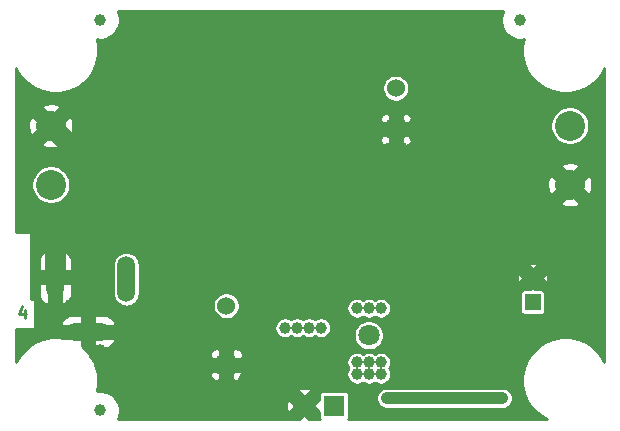
<source format=gbr>
G04 #@! TF.GenerationSoftware,KiCad,Pcbnew,5.1.6-c6e7f7d~87~ubuntu18.04.1*
G04 #@! TF.CreationDate,2022-04-04T15:30:34+03:00*
G04 #@! TF.ProjectId,DCDC-50-5-12_Rev_A,44434443-2d35-4302-9d35-2d31325f5265,A*
G04 #@! TF.SameCoordinates,Original*
G04 #@! TF.FileFunction,Copper,L4,Bot*
G04 #@! TF.FilePolarity,Positive*
%FSLAX46Y46*%
G04 Gerber Fmt 4.6, Leading zero omitted, Abs format (unit mm)*
G04 Created by KiCad (PCBNEW 5.1.6-c6e7f7d~87~ubuntu18.04.1) date 2022-04-04 15:30:34*
%MOMM*%
%LPD*%
G01*
G04 APERTURE LIST*
G04 #@! TA.AperFunction,NonConductor*
%ADD10C,0.254000*%
G04 #@! TD*
G04 #@! TA.AperFunction,ComponentPad*
%ADD11O,3.700000X1.500000*%
G04 #@! TD*
G04 #@! TA.AperFunction,ComponentPad*
%ADD12O,1.500000X3.600000*%
G04 #@! TD*
G04 #@! TA.AperFunction,ComponentPad*
%ADD13O,1.500000X3.900000*%
G04 #@! TD*
G04 #@! TA.AperFunction,ComponentPad*
%ADD14C,2.540000*%
G04 #@! TD*
G04 #@! TA.AperFunction,ConnectorPad*
%ADD15C,1.000000*%
G04 #@! TD*
G04 #@! TA.AperFunction,ComponentPad*
%ADD16R,1.800000X1.800000*%
G04 #@! TD*
G04 #@! TA.AperFunction,ComponentPad*
%ADD17C,1.800000*%
G04 #@! TD*
G04 #@! TA.AperFunction,ComponentPad*
%ADD18C,1.400000*%
G04 #@! TD*
G04 #@! TA.AperFunction,ComponentPad*
%ADD19R,1.400000X1.400000*%
G04 #@! TD*
G04 #@! TA.AperFunction,ComponentPad*
%ADD20C,1.524000*%
G04 #@! TD*
G04 #@! TA.AperFunction,ComponentPad*
%ADD21R,1.524000X1.524000*%
G04 #@! TD*
G04 #@! TA.AperFunction,ViaPad*
%ADD22C,1.000000*%
G04 #@! TD*
G04 #@! TA.AperFunction,Conductor*
%ADD23C,1.778000*%
G04 #@! TD*
G04 #@! TA.AperFunction,Conductor*
%ADD24C,1.016000*%
G04 #@! TD*
G04 #@! TA.AperFunction,Conductor*
%ADD25C,0.254000*%
G04 #@! TD*
G04 APERTURE END LIST*
D10*
X118049523Y-89317285D02*
X118049523Y-89994619D01*
X117807619Y-88930238D02*
X117565714Y-89655952D01*
X118194666Y-89655952D01*
D11*
X123396000Y-91140000D03*
D12*
X120650000Y-86540000D03*
D13*
X126650000Y-86690000D03*
D14*
X164211000Y-73700000D03*
X164211000Y-78700000D03*
X120269000Y-78700000D03*
X120269000Y-73700000D03*
D15*
X160020000Y-64770000D03*
X124460000Y-64770000D03*
X124460000Y-97790000D03*
D16*
X144272000Y-97409000D03*
D17*
X141732000Y-97409000D03*
D18*
X161056320Y-86626700D03*
D19*
X161058860Y-88638380D03*
D20*
X135128000Y-88940000D03*
D21*
X135128000Y-93940000D03*
D20*
X149479000Y-70513000D03*
D21*
X149479000Y-74013000D03*
D17*
X147193000Y-91440000D03*
D22*
X142748000Y-94107000D03*
X143764000Y-94107000D03*
X144780000Y-94107000D03*
X141732000Y-95123000D03*
X142748000Y-95123000D03*
X143764000Y-95123000D03*
X144780000Y-95123000D03*
X140716000Y-94107000D03*
X140716000Y-95123000D03*
X139700000Y-94107000D03*
X139700000Y-95123000D03*
X138684000Y-94107000D03*
X138684000Y-95123000D03*
X137668000Y-94107000D03*
X137668000Y-95123000D03*
X151003000Y-80137000D03*
X151003000Y-81280000D03*
X149987000Y-81280000D03*
X152146000Y-81280000D03*
X152146000Y-82423000D03*
X152146000Y-83439000D03*
X152146000Y-84455000D03*
X152146000Y-85598000D03*
X151003000Y-85598000D03*
X149987000Y-85598000D03*
X152146000Y-80137000D03*
X152146000Y-78867000D03*
X152146000Y-77597000D03*
X151003000Y-77597000D03*
X148971000Y-81280000D03*
X148971000Y-82423000D03*
X148971000Y-83439000D03*
X148971000Y-84455000D03*
X148971000Y-85598000D03*
X147955000Y-83439000D03*
X147955000Y-81280000D03*
X147955000Y-82423000D03*
X147955000Y-84455000D03*
X147955000Y-85598000D03*
X152146000Y-86614000D03*
X151003000Y-86614000D03*
X149987000Y-86614000D03*
X148971000Y-86614000D03*
X151003000Y-76581000D03*
X152146000Y-76581000D03*
X151003000Y-75565000D03*
X152146000Y-75565000D03*
X152146000Y-74549000D03*
X151003000Y-74549000D03*
X152146000Y-73533000D03*
X151003000Y-73533000D03*
X149987000Y-75565000D03*
X148971000Y-75565000D03*
X147955000Y-75565000D03*
X147955000Y-74549000D03*
X147955000Y-73533000D03*
X146939000Y-74549000D03*
X146939000Y-73533000D03*
X146939000Y-75565000D03*
X149987000Y-76581000D03*
X148971000Y-76581000D03*
X147955000Y-76581000D03*
X146939000Y-76581000D03*
X136652000Y-95123000D03*
X136652000Y-94107000D03*
X153797000Y-73533000D03*
X154813000Y-74549000D03*
X153797000Y-74549000D03*
X153035000Y-90424000D03*
X154813000Y-90424000D03*
X156591000Y-90424000D03*
X153924000Y-91313000D03*
X155702000Y-91313000D03*
X166370000Y-71120000D03*
X166370000Y-76200000D03*
X166370000Y-81280000D03*
X166370000Y-83820000D03*
X166370000Y-91440000D03*
X163830000Y-76200000D03*
X163830000Y-81280000D03*
X163830000Y-83820000D03*
X163830000Y-86360000D03*
X163830000Y-88900000D03*
X135255000Y-64770000D03*
X141605000Y-64770000D03*
X146050000Y-64770000D03*
X151765000Y-64770000D03*
X129032000Y-64770000D03*
X118110000Y-71755000D03*
X118110000Y-75565000D03*
X118110000Y-77470000D03*
X118110000Y-80010000D03*
X118110000Y-81915000D03*
X123825000Y-83185000D03*
X123825000Y-85725000D03*
X123825000Y-88900000D03*
X130810000Y-89535000D03*
X132715000Y-92710000D03*
X132715000Y-95250000D03*
X118110000Y-91440000D03*
X133350000Y-67310000D03*
X134620000Y-68580000D03*
X132080000Y-68580000D03*
X125730000Y-66675000D03*
X159385000Y-67310000D03*
X165100000Y-82550000D03*
X162560000Y-82550000D03*
X161290000Y-81280000D03*
X161290000Y-83820000D03*
X161925000Y-91440000D03*
X160020000Y-97790000D03*
X151765000Y-92075000D03*
X151765000Y-88900000D03*
X127000000Y-92710000D03*
X124460000Y-92710000D03*
X127000000Y-96520000D03*
X127000000Y-97790000D03*
X130810000Y-97790000D03*
X136525000Y-97790000D03*
X121920000Y-83185000D03*
X121920000Y-88900000D03*
X121920000Y-71755000D03*
X125730000Y-71755000D03*
X125730000Y-74930000D03*
X125730000Y-76835000D03*
X132715000Y-89535000D03*
X134620000Y-91440000D03*
X148717000Y-96774000D03*
X158511240Y-96774000D03*
X147193000Y-89154000D03*
X148209000Y-89154000D03*
X146177000Y-89154000D03*
X146177000Y-93726000D03*
X147193000Y-93726000D03*
X148209000Y-93726000D03*
X143129000Y-90805000D03*
X142113000Y-90805000D03*
X141097000Y-90805000D03*
X148209000Y-94742000D03*
X147193000Y-94742000D03*
X146177000Y-94742000D03*
X140081000Y-90805000D03*
D23*
X123063000Y-76494000D02*
X120269000Y-73700000D01*
X123063000Y-80518000D02*
X123063000Y-76494000D01*
X120650000Y-86540000D02*
X120650000Y-82931000D01*
X120650000Y-82931000D02*
X123063000Y-80518000D01*
D24*
X148717000Y-96774000D02*
X158511240Y-96774000D01*
D25*
G36*
X158440139Y-64290755D02*
G01*
X158377000Y-64608179D01*
X158377000Y-64931821D01*
X158440139Y-65249245D01*
X158563992Y-65548252D01*
X158743798Y-65817352D01*
X158972648Y-66046202D01*
X159241748Y-66226008D01*
X159540755Y-66349861D01*
X159858179Y-66413000D01*
X160181821Y-66413000D01*
X160315662Y-66386378D01*
X160203000Y-66952772D01*
X160203000Y-67667228D01*
X160342383Y-68367957D01*
X160615794Y-69028029D01*
X161012725Y-69622078D01*
X161517922Y-70127275D01*
X162111971Y-70524206D01*
X162772043Y-70797617D01*
X163472772Y-70937000D01*
X164187228Y-70937000D01*
X164887957Y-70797617D01*
X165548029Y-70524206D01*
X166142078Y-70127275D01*
X166647275Y-69622078D01*
X167044206Y-69028029D01*
X167132000Y-68816076D01*
X167132001Y-93743926D01*
X167044206Y-93531971D01*
X166647275Y-92937922D01*
X166142078Y-92432725D01*
X165548029Y-92035794D01*
X164887957Y-91762383D01*
X164187228Y-91623000D01*
X163472772Y-91623000D01*
X162772043Y-91762383D01*
X162111971Y-92035794D01*
X161517922Y-92432725D01*
X161012725Y-92937922D01*
X160615794Y-93531971D01*
X160342383Y-94192043D01*
X160203000Y-94892772D01*
X160203000Y-95607228D01*
X160342383Y-96307957D01*
X160615794Y-96968029D01*
X161012725Y-97562078D01*
X161517922Y-98067275D01*
X162111971Y-98464206D01*
X162323924Y-98552000D01*
X145465453Y-98552000D01*
X145490322Y-98521696D01*
X145525701Y-98455508D01*
X145547487Y-98383689D01*
X145554843Y-98309000D01*
X145554843Y-96774000D01*
X147823699Y-96774000D01*
X147840864Y-96948274D01*
X147891697Y-97115851D01*
X147974247Y-97270291D01*
X148085341Y-97405659D01*
X148220709Y-97516753D01*
X148375149Y-97599303D01*
X148542726Y-97650136D01*
X148673333Y-97663000D01*
X158554907Y-97663000D01*
X158685514Y-97650136D01*
X158853091Y-97599303D01*
X159007531Y-97516753D01*
X159142899Y-97405659D01*
X159253993Y-97270291D01*
X159336543Y-97115851D01*
X159387376Y-96948274D01*
X159404541Y-96774000D01*
X159387376Y-96599726D01*
X159336543Y-96432149D01*
X159253993Y-96277709D01*
X159142899Y-96142341D01*
X159007531Y-96031247D01*
X158853091Y-95948697D01*
X158685514Y-95897864D01*
X158554907Y-95885000D01*
X148673333Y-95885000D01*
X148542726Y-95897864D01*
X148375149Y-95948697D01*
X148220709Y-96031247D01*
X148085341Y-96142341D01*
X147974247Y-96277709D01*
X147891697Y-96432149D01*
X147840864Y-96599726D01*
X147823699Y-96774000D01*
X145554843Y-96774000D01*
X145554843Y-96509000D01*
X145547487Y-96434311D01*
X145525701Y-96362492D01*
X145490322Y-96296304D01*
X145442711Y-96238289D01*
X145384696Y-96190678D01*
X145318508Y-96155299D01*
X145246689Y-96133513D01*
X145172000Y-96126157D01*
X143372000Y-96126157D01*
X143297311Y-96133513D01*
X143225492Y-96155299D01*
X143159304Y-96190678D01*
X143101289Y-96238289D01*
X143053678Y-96296304D01*
X143018299Y-96362492D01*
X142996513Y-96434311D01*
X142989157Y-96509000D01*
X142989157Y-96870263D01*
X142450420Y-97409000D01*
X142989157Y-97947737D01*
X142989157Y-98309000D01*
X142996513Y-98383689D01*
X143018299Y-98455508D01*
X143053678Y-98521696D01*
X143078547Y-98552000D01*
X142156580Y-98552000D01*
X141732000Y-98127420D01*
X141307420Y-98552000D01*
X125922740Y-98552000D01*
X126039861Y-98269245D01*
X126103000Y-97951821D01*
X126103000Y-97628179D01*
X126039861Y-97310755D01*
X126019092Y-97260613D01*
X140196728Y-97260613D01*
X140197278Y-97562981D01*
X140255176Y-97854053D01*
X140462708Y-97959872D01*
X141013580Y-97409000D01*
X140462708Y-96858128D01*
X140255176Y-96963947D01*
X140196728Y-97260613D01*
X126019092Y-97260613D01*
X125916008Y-97011748D01*
X125736202Y-96742648D01*
X125507352Y-96513798D01*
X125238252Y-96333992D01*
X124939245Y-96210139D01*
X124621821Y-96147000D01*
X124298179Y-96147000D01*
X124164338Y-96173622D01*
X124171083Y-96139708D01*
X141181128Y-96139708D01*
X141732000Y-96690580D01*
X142282872Y-96139708D01*
X142177053Y-95932176D01*
X141880387Y-95873728D01*
X141578019Y-95874278D01*
X141286947Y-95932176D01*
X141181128Y-96139708D01*
X124171083Y-96139708D01*
X124277000Y-95607228D01*
X124277000Y-94892772D01*
X124239054Y-94702000D01*
X133727928Y-94702000D01*
X133740188Y-94826482D01*
X133776498Y-94946180D01*
X133835463Y-95056494D01*
X133914815Y-95153185D01*
X134011506Y-95232537D01*
X134121820Y-95291502D01*
X134241518Y-95327812D01*
X134366000Y-95340072D01*
X134461250Y-95337000D01*
X134620000Y-95178250D01*
X134620000Y-94448000D01*
X135636000Y-94448000D01*
X135636000Y-95178250D01*
X135794750Y-95337000D01*
X135890000Y-95340072D01*
X136014482Y-95327812D01*
X136134180Y-95291502D01*
X136244494Y-95232537D01*
X136341185Y-95153185D01*
X136420537Y-95056494D01*
X136479502Y-94946180D01*
X136515812Y-94826482D01*
X136528072Y-94702000D01*
X136525000Y-94606750D01*
X136366250Y-94448000D01*
X135636000Y-94448000D01*
X134620000Y-94448000D01*
X133889750Y-94448000D01*
X133731000Y-94606750D01*
X133727928Y-94702000D01*
X124239054Y-94702000D01*
X124137617Y-94192043D01*
X123908634Y-93639229D01*
X145296000Y-93639229D01*
X145296000Y-93812771D01*
X145329856Y-93982978D01*
X145396268Y-94143310D01*
X145456865Y-94234000D01*
X145396268Y-94324690D01*
X145329856Y-94485022D01*
X145296000Y-94655229D01*
X145296000Y-94828771D01*
X145329856Y-94998978D01*
X145396268Y-95159310D01*
X145492682Y-95303605D01*
X145615395Y-95426318D01*
X145759690Y-95522732D01*
X145920022Y-95589144D01*
X146090229Y-95623000D01*
X146263771Y-95623000D01*
X146433978Y-95589144D01*
X146594310Y-95522732D01*
X146685000Y-95462135D01*
X146775690Y-95522732D01*
X146936022Y-95589144D01*
X147106229Y-95623000D01*
X147279771Y-95623000D01*
X147449978Y-95589144D01*
X147610310Y-95522732D01*
X147701000Y-95462135D01*
X147791690Y-95522732D01*
X147952022Y-95589144D01*
X148122229Y-95623000D01*
X148295771Y-95623000D01*
X148465978Y-95589144D01*
X148626310Y-95522732D01*
X148770605Y-95426318D01*
X148893318Y-95303605D01*
X148989732Y-95159310D01*
X149056144Y-94998978D01*
X149090000Y-94828771D01*
X149090000Y-94655229D01*
X149056144Y-94485022D01*
X148989732Y-94324690D01*
X148929135Y-94234000D01*
X148989732Y-94143310D01*
X149056144Y-93982978D01*
X149090000Y-93812771D01*
X149090000Y-93639229D01*
X149056144Y-93469022D01*
X148989732Y-93308690D01*
X148893318Y-93164395D01*
X148770605Y-93041682D01*
X148626310Y-92945268D01*
X148465978Y-92878856D01*
X148295771Y-92845000D01*
X148122229Y-92845000D01*
X147952022Y-92878856D01*
X147791690Y-92945268D01*
X147701000Y-93005865D01*
X147610310Y-92945268D01*
X147449978Y-92878856D01*
X147279771Y-92845000D01*
X147106229Y-92845000D01*
X146936022Y-92878856D01*
X146775690Y-92945268D01*
X146685000Y-93005865D01*
X146594310Y-92945268D01*
X146433978Y-92878856D01*
X146263771Y-92845000D01*
X146090229Y-92845000D01*
X145920022Y-92878856D01*
X145759690Y-92945268D01*
X145615395Y-93041682D01*
X145492682Y-93164395D01*
X145396268Y-93308690D01*
X145329856Y-93469022D01*
X145296000Y-93639229D01*
X123908634Y-93639229D01*
X123864206Y-93531971D01*
X123627691Y-93178000D01*
X133727928Y-93178000D01*
X133731000Y-93273250D01*
X133889750Y-93432000D01*
X134620000Y-93432000D01*
X134620000Y-92701750D01*
X135636000Y-92701750D01*
X135636000Y-93432000D01*
X136366250Y-93432000D01*
X136525000Y-93273250D01*
X136528072Y-93178000D01*
X136515812Y-93053518D01*
X136479502Y-92933820D01*
X136420537Y-92823506D01*
X136341185Y-92726815D01*
X136244494Y-92647463D01*
X136134180Y-92588498D01*
X136014482Y-92552188D01*
X135890000Y-92539928D01*
X135794750Y-92543000D01*
X135636000Y-92701750D01*
X134620000Y-92701750D01*
X134461250Y-92543000D01*
X134366000Y-92539928D01*
X134241518Y-92552188D01*
X134121820Y-92588498D01*
X134011506Y-92647463D01*
X133914815Y-92726815D01*
X133835463Y-92823506D01*
X133776498Y-92933820D01*
X133740188Y-93053518D01*
X133727928Y-93178000D01*
X123627691Y-93178000D01*
X123467275Y-92937922D01*
X122962078Y-92432725D01*
X122888000Y-92383228D01*
X122888000Y-91648000D01*
X123904000Y-91648000D01*
X123904000Y-92525000D01*
X125004000Y-92525000D01*
X125264439Y-92399282D01*
X125495347Y-92225170D01*
X125687851Y-92009356D01*
X125689140Y-91843307D01*
X125612076Y-91648000D01*
X123904000Y-91648000D01*
X122888000Y-91648000D01*
X121179924Y-91648000D01*
X121176503Y-91656671D01*
X121007228Y-91623000D01*
X120292772Y-91623000D01*
X119592043Y-91762383D01*
X118931971Y-92035794D01*
X118337922Y-92432725D01*
X117832725Y-92937922D01*
X117435794Y-93531971D01*
X117348000Y-93743924D01*
X117348000Y-90898980D01*
X118958935Y-90898980D01*
X118958935Y-90718229D01*
X139200000Y-90718229D01*
X139200000Y-90891771D01*
X139233856Y-91061978D01*
X139300268Y-91222310D01*
X139396682Y-91366605D01*
X139519395Y-91489318D01*
X139663690Y-91585732D01*
X139824022Y-91652144D01*
X139994229Y-91686000D01*
X140167771Y-91686000D01*
X140337978Y-91652144D01*
X140498310Y-91585732D01*
X140589000Y-91525135D01*
X140679690Y-91585732D01*
X140840022Y-91652144D01*
X141010229Y-91686000D01*
X141183771Y-91686000D01*
X141353978Y-91652144D01*
X141514310Y-91585732D01*
X141605000Y-91525135D01*
X141695690Y-91585732D01*
X141856022Y-91652144D01*
X142026229Y-91686000D01*
X142199771Y-91686000D01*
X142369978Y-91652144D01*
X142530310Y-91585732D01*
X142621000Y-91525135D01*
X142711690Y-91585732D01*
X142872022Y-91652144D01*
X143042229Y-91686000D01*
X143215771Y-91686000D01*
X143385978Y-91652144D01*
X143546310Y-91585732D01*
X143690605Y-91489318D01*
X143813318Y-91366605D01*
X143848578Y-91313833D01*
X145912000Y-91313833D01*
X145912000Y-91566167D01*
X145961228Y-91813654D01*
X146057793Y-92046781D01*
X146197982Y-92256590D01*
X146376410Y-92435018D01*
X146586219Y-92575207D01*
X146819346Y-92671772D01*
X147066833Y-92721000D01*
X147319167Y-92721000D01*
X147566654Y-92671772D01*
X147799781Y-92575207D01*
X148009590Y-92435018D01*
X148188018Y-92256590D01*
X148328207Y-92046781D01*
X148424772Y-91813654D01*
X148474000Y-91566167D01*
X148474000Y-91313833D01*
X148424772Y-91066346D01*
X148328207Y-90833219D01*
X148188018Y-90623410D01*
X148009590Y-90444982D01*
X147799781Y-90304793D01*
X147566654Y-90208228D01*
X147319167Y-90159000D01*
X147066833Y-90159000D01*
X146819346Y-90208228D01*
X146586219Y-90304793D01*
X146376410Y-90444982D01*
X146197982Y-90623410D01*
X146057793Y-90833219D01*
X145961228Y-91066346D01*
X145912000Y-91313833D01*
X143848578Y-91313833D01*
X143909732Y-91222310D01*
X143976144Y-91061978D01*
X144010000Y-90891771D01*
X144010000Y-90718229D01*
X143976144Y-90548022D01*
X143909732Y-90387690D01*
X143813318Y-90243395D01*
X143690605Y-90120682D01*
X143546310Y-90024268D01*
X143385978Y-89957856D01*
X143215771Y-89924000D01*
X143042229Y-89924000D01*
X142872022Y-89957856D01*
X142711690Y-90024268D01*
X142621000Y-90084865D01*
X142530310Y-90024268D01*
X142369978Y-89957856D01*
X142199771Y-89924000D01*
X142026229Y-89924000D01*
X141856022Y-89957856D01*
X141695690Y-90024268D01*
X141605000Y-90084865D01*
X141514310Y-90024268D01*
X141353978Y-89957856D01*
X141183771Y-89924000D01*
X141010229Y-89924000D01*
X140840022Y-89957856D01*
X140679690Y-90024268D01*
X140589000Y-90084865D01*
X140498310Y-90024268D01*
X140337978Y-89957856D01*
X140167771Y-89924000D01*
X139994229Y-89924000D01*
X139824022Y-89957856D01*
X139663690Y-90024268D01*
X139519395Y-90120682D01*
X139396682Y-90243395D01*
X139300268Y-90387690D01*
X139233856Y-90548022D01*
X139200000Y-90718229D01*
X118958935Y-90718229D01*
X118958935Y-90436693D01*
X121102860Y-90436693D01*
X121179924Y-90632000D01*
X122888000Y-90632000D01*
X122888000Y-89755000D01*
X123904000Y-89755000D01*
X123904000Y-90632000D01*
X125612076Y-90632000D01*
X125689140Y-90436693D01*
X125687851Y-90270644D01*
X125495347Y-90054830D01*
X125264439Y-89880718D01*
X125004000Y-89755000D01*
X123904000Y-89755000D01*
X122888000Y-89755000D01*
X121788000Y-89755000D01*
X121527561Y-89880718D01*
X121296653Y-90054830D01*
X121104149Y-90270644D01*
X121102860Y-90436693D01*
X118958935Y-90436693D01*
X118958935Y-88358980D01*
X118618000Y-88358980D01*
X118618000Y-87048000D01*
X119265000Y-87048000D01*
X119265000Y-88098000D01*
X119390718Y-88358439D01*
X119564830Y-88589347D01*
X119780644Y-88781851D01*
X119946693Y-88783140D01*
X120142000Y-88706076D01*
X120142000Y-87048000D01*
X121158000Y-87048000D01*
X121158000Y-88706076D01*
X121353307Y-88783140D01*
X121519356Y-88781851D01*
X121735170Y-88589347D01*
X121909282Y-88358439D01*
X122035000Y-88098000D01*
X122035000Y-87048000D01*
X121158000Y-87048000D01*
X120142000Y-87048000D01*
X119265000Y-87048000D01*
X118618000Y-87048000D01*
X118618000Y-84982000D01*
X119265000Y-84982000D01*
X119265000Y-86032000D01*
X120142000Y-86032000D01*
X120142000Y-84373924D01*
X121158000Y-84373924D01*
X121158000Y-86032000D01*
X122035000Y-86032000D01*
X122035000Y-85434443D01*
X125519000Y-85434443D01*
X125519001Y-87945558D01*
X125535366Y-88111715D01*
X125600038Y-88324909D01*
X125705059Y-88521390D01*
X125846394Y-88693607D01*
X126018611Y-88834942D01*
X126215092Y-88939963D01*
X126428286Y-89004635D01*
X126650000Y-89026472D01*
X126871715Y-89004635D01*
X127084909Y-88939963D01*
X127281390Y-88834942D01*
X127290550Y-88827424D01*
X133985000Y-88827424D01*
X133985000Y-89052576D01*
X134028925Y-89273401D01*
X134115087Y-89481413D01*
X134240174Y-89668620D01*
X134399380Y-89827826D01*
X134586587Y-89952913D01*
X134794599Y-90039075D01*
X135015424Y-90083000D01*
X135240576Y-90083000D01*
X135461401Y-90039075D01*
X135669413Y-89952913D01*
X135856620Y-89827826D01*
X136015826Y-89668620D01*
X136140913Y-89481413D01*
X136227075Y-89273401D01*
X136268085Y-89067229D01*
X145296000Y-89067229D01*
X145296000Y-89240771D01*
X145329856Y-89410978D01*
X145396268Y-89571310D01*
X145492682Y-89715605D01*
X145615395Y-89838318D01*
X145759690Y-89934732D01*
X145920022Y-90001144D01*
X146090229Y-90035000D01*
X146263771Y-90035000D01*
X146433978Y-90001144D01*
X146594310Y-89934732D01*
X146685000Y-89874135D01*
X146775690Y-89934732D01*
X146936022Y-90001144D01*
X147106229Y-90035000D01*
X147279771Y-90035000D01*
X147449978Y-90001144D01*
X147610310Y-89934732D01*
X147701000Y-89874135D01*
X147791690Y-89934732D01*
X147952022Y-90001144D01*
X148122229Y-90035000D01*
X148295771Y-90035000D01*
X148465978Y-90001144D01*
X148626310Y-89934732D01*
X148770605Y-89838318D01*
X148893318Y-89715605D01*
X148989732Y-89571310D01*
X149056144Y-89410978D01*
X149090000Y-89240771D01*
X149090000Y-89067229D01*
X149056144Y-88897022D01*
X148989732Y-88736690D01*
X148893318Y-88592395D01*
X148770605Y-88469682D01*
X148626310Y-88373268D01*
X148465978Y-88306856D01*
X148295771Y-88273000D01*
X148122229Y-88273000D01*
X147952022Y-88306856D01*
X147791690Y-88373268D01*
X147701000Y-88433865D01*
X147610310Y-88373268D01*
X147449978Y-88306856D01*
X147279771Y-88273000D01*
X147106229Y-88273000D01*
X146936022Y-88306856D01*
X146775690Y-88373268D01*
X146685000Y-88433865D01*
X146594310Y-88373268D01*
X146433978Y-88306856D01*
X146263771Y-88273000D01*
X146090229Y-88273000D01*
X145920022Y-88306856D01*
X145759690Y-88373268D01*
X145615395Y-88469682D01*
X145492682Y-88592395D01*
X145396268Y-88736690D01*
X145329856Y-88897022D01*
X145296000Y-89067229D01*
X136268085Y-89067229D01*
X136271000Y-89052576D01*
X136271000Y-88827424D01*
X136227075Y-88606599D01*
X136140913Y-88398587D01*
X136015826Y-88211380D01*
X135856620Y-88052174D01*
X135686315Y-87938380D01*
X159976017Y-87938380D01*
X159976017Y-89338380D01*
X159983373Y-89413069D01*
X160005159Y-89484888D01*
X160040538Y-89551076D01*
X160088149Y-89609091D01*
X160146164Y-89656702D01*
X160212352Y-89692081D01*
X160284171Y-89713867D01*
X160358860Y-89721223D01*
X161758860Y-89721223D01*
X161833549Y-89713867D01*
X161905368Y-89692081D01*
X161971556Y-89656702D01*
X162029571Y-89609091D01*
X162077182Y-89551076D01*
X162112561Y-89484888D01*
X162134347Y-89413069D01*
X162141703Y-89338380D01*
X162141703Y-87938380D01*
X162134347Y-87863691D01*
X162112561Y-87791872D01*
X162077182Y-87725684D01*
X162029571Y-87667669D01*
X161971556Y-87620058D01*
X161905368Y-87584679D01*
X161833549Y-87562893D01*
X161758860Y-87555537D01*
X161266736Y-87555537D01*
X161056320Y-87345120D01*
X160845904Y-87555537D01*
X160358860Y-87555537D01*
X160284171Y-87562893D01*
X160212352Y-87584679D01*
X160146164Y-87620058D01*
X160088149Y-87667669D01*
X160040538Y-87725684D01*
X160005159Y-87791872D01*
X159983373Y-87863691D01*
X159976017Y-87938380D01*
X135686315Y-87938380D01*
X135669413Y-87927087D01*
X135461401Y-87840925D01*
X135240576Y-87797000D01*
X135015424Y-87797000D01*
X134794599Y-87840925D01*
X134586587Y-87927087D01*
X134399380Y-88052174D01*
X134240174Y-88211380D01*
X134115087Y-88398587D01*
X134028925Y-88606599D01*
X133985000Y-88827424D01*
X127290550Y-88827424D01*
X127453607Y-88693607D01*
X127594942Y-88521390D01*
X127699963Y-88324909D01*
X127764635Y-88111715D01*
X127781000Y-87945558D01*
X127781000Y-86568249D01*
X159716135Y-86568249D01*
X159730483Y-86830830D01*
X159753289Y-86945485D01*
X159941882Y-87022717D01*
X160337900Y-86626700D01*
X161774740Y-86626700D01*
X162170758Y-87022717D01*
X162359351Y-86945485D01*
X162396505Y-86685151D01*
X162382157Y-86422570D01*
X162359351Y-86307915D01*
X162170758Y-86230683D01*
X161774740Y-86626700D01*
X160337900Y-86626700D01*
X159941882Y-86230683D01*
X159753289Y-86307915D01*
X159716135Y-86568249D01*
X127781000Y-86568249D01*
X127781000Y-85512262D01*
X160660303Y-85512262D01*
X161056320Y-85908280D01*
X161452337Y-85512262D01*
X161375105Y-85323669D01*
X161114771Y-85286515D01*
X160852190Y-85300863D01*
X160737535Y-85323669D01*
X160660303Y-85512262D01*
X127781000Y-85512262D01*
X127781000Y-85434442D01*
X127764635Y-85268285D01*
X127699963Y-85055091D01*
X127594942Y-84858610D01*
X127453607Y-84686393D01*
X127281390Y-84545058D01*
X127084908Y-84440037D01*
X126871714Y-84375365D01*
X126650000Y-84353528D01*
X126428285Y-84375365D01*
X126215091Y-84440037D01*
X126018610Y-84545058D01*
X125846393Y-84686393D01*
X125705058Y-84858610D01*
X125600037Y-85055092D01*
X125535365Y-85268286D01*
X125519000Y-85434443D01*
X122035000Y-85434443D01*
X122035000Y-84982000D01*
X121909282Y-84721561D01*
X121735170Y-84490653D01*
X121519356Y-84298149D01*
X121353307Y-84296860D01*
X121158000Y-84373924D01*
X120142000Y-84373924D01*
X119946693Y-84296860D01*
X119780644Y-84298149D01*
X119564830Y-84490653D01*
X119390718Y-84721561D01*
X119265000Y-84982000D01*
X118618000Y-84982000D01*
X118618000Y-82804000D01*
X118615560Y-82779224D01*
X118608333Y-82755399D01*
X118596597Y-82733443D01*
X118580803Y-82714197D01*
X118561557Y-82698403D01*
X118539601Y-82686667D01*
X118515776Y-82679440D01*
X118491000Y-82677000D01*
X117348000Y-82677000D01*
X117348000Y-78537391D01*
X118618000Y-78537391D01*
X118618000Y-78862609D01*
X118681447Y-79181579D01*
X118805903Y-79482042D01*
X118986585Y-79752451D01*
X119216549Y-79982415D01*
X119486958Y-80163097D01*
X119787421Y-80287553D01*
X120106391Y-80351000D01*
X120431609Y-80351000D01*
X120750579Y-80287553D01*
X120847511Y-80247402D01*
X163382018Y-80247402D01*
X163537177Y-80491700D01*
X163899667Y-80588730D01*
X164274122Y-80613176D01*
X164646151Y-80564101D01*
X164884823Y-80491700D01*
X165039982Y-80247402D01*
X164211000Y-79418420D01*
X163382018Y-80247402D01*
X120847511Y-80247402D01*
X121051042Y-80163097D01*
X121321451Y-79982415D01*
X121551415Y-79752451D01*
X121732097Y-79482042D01*
X121856553Y-79181579D01*
X121920000Y-78862609D01*
X121920000Y-78763122D01*
X162297824Y-78763122D01*
X162346899Y-79135151D01*
X162419300Y-79373823D01*
X162663598Y-79528982D01*
X163492580Y-78700000D01*
X164929420Y-78700000D01*
X165758402Y-79528982D01*
X166002700Y-79373823D01*
X166099730Y-79011333D01*
X166124176Y-78636878D01*
X166075101Y-78264849D01*
X166002700Y-78026177D01*
X165758402Y-77871018D01*
X164929420Y-78700000D01*
X163492580Y-78700000D01*
X162663598Y-77871018D01*
X162419300Y-78026177D01*
X162322270Y-78388667D01*
X162297824Y-78763122D01*
X121920000Y-78763122D01*
X121920000Y-78537391D01*
X121856553Y-78218421D01*
X121732097Y-77917958D01*
X121551415Y-77647549D01*
X121321451Y-77417585D01*
X121051042Y-77236903D01*
X120847512Y-77152598D01*
X163382018Y-77152598D01*
X164211000Y-77981580D01*
X165039982Y-77152598D01*
X164884823Y-76908300D01*
X164522333Y-76811270D01*
X164147878Y-76786824D01*
X163775849Y-76835899D01*
X163537177Y-76908300D01*
X163382018Y-77152598D01*
X120847512Y-77152598D01*
X120750579Y-77112447D01*
X120431609Y-77049000D01*
X120106391Y-77049000D01*
X119787421Y-77112447D01*
X119486958Y-77236903D01*
X119216549Y-77417585D01*
X118986585Y-77647549D01*
X118805903Y-77917958D01*
X118681447Y-78218421D01*
X118618000Y-78537391D01*
X117348000Y-78537391D01*
X117348000Y-75247402D01*
X119440018Y-75247402D01*
X119595177Y-75491700D01*
X119957667Y-75588730D01*
X120332122Y-75613176D01*
X120704151Y-75564101D01*
X120942823Y-75491700D01*
X121097982Y-75247402D01*
X120625580Y-74775000D01*
X148078928Y-74775000D01*
X148091188Y-74899482D01*
X148127498Y-75019180D01*
X148186463Y-75129494D01*
X148265815Y-75226185D01*
X148362506Y-75305537D01*
X148472820Y-75364502D01*
X148592518Y-75400812D01*
X148717000Y-75413072D01*
X148812250Y-75410000D01*
X148971000Y-75251250D01*
X148971000Y-74521000D01*
X149987000Y-74521000D01*
X149987000Y-75251250D01*
X150145750Y-75410000D01*
X150241000Y-75413072D01*
X150365482Y-75400812D01*
X150485180Y-75364502D01*
X150595494Y-75305537D01*
X150692185Y-75226185D01*
X150771537Y-75129494D01*
X150830502Y-75019180D01*
X150866812Y-74899482D01*
X150879072Y-74775000D01*
X150876000Y-74679750D01*
X150717250Y-74521000D01*
X149987000Y-74521000D01*
X148971000Y-74521000D01*
X148240750Y-74521000D01*
X148082000Y-74679750D01*
X148078928Y-74775000D01*
X120625580Y-74775000D01*
X120269000Y-74418420D01*
X119440018Y-75247402D01*
X117348000Y-75247402D01*
X117348000Y-73763122D01*
X118355824Y-73763122D01*
X118404899Y-74135151D01*
X118477300Y-74373823D01*
X118721598Y-74528982D01*
X119550580Y-73700000D01*
X120987420Y-73700000D01*
X121816402Y-74528982D01*
X122060700Y-74373823D01*
X122157730Y-74011333D01*
X122182176Y-73636878D01*
X122169053Y-73537391D01*
X162560000Y-73537391D01*
X162560000Y-73862609D01*
X162623447Y-74181579D01*
X162747903Y-74482042D01*
X162928585Y-74752451D01*
X163158549Y-74982415D01*
X163428958Y-75163097D01*
X163729421Y-75287553D01*
X164048391Y-75351000D01*
X164373609Y-75351000D01*
X164692579Y-75287553D01*
X164993042Y-75163097D01*
X165263451Y-74982415D01*
X165493415Y-74752451D01*
X165674097Y-74482042D01*
X165798553Y-74181579D01*
X165862000Y-73862609D01*
X165862000Y-73537391D01*
X165798553Y-73218421D01*
X165674097Y-72917958D01*
X165493415Y-72647549D01*
X165263451Y-72417585D01*
X164993042Y-72236903D01*
X164692579Y-72112447D01*
X164373609Y-72049000D01*
X164048391Y-72049000D01*
X163729421Y-72112447D01*
X163428958Y-72236903D01*
X163158549Y-72417585D01*
X162928585Y-72647549D01*
X162747903Y-72917958D01*
X162623447Y-73218421D01*
X162560000Y-73537391D01*
X122169053Y-73537391D01*
X122133101Y-73264849D01*
X122128900Y-73251000D01*
X148078928Y-73251000D01*
X148082000Y-73346250D01*
X148240750Y-73505000D01*
X148971000Y-73505000D01*
X148971000Y-72774750D01*
X149987000Y-72774750D01*
X149987000Y-73505000D01*
X150717250Y-73505000D01*
X150876000Y-73346250D01*
X150879072Y-73251000D01*
X150866812Y-73126518D01*
X150830502Y-73006820D01*
X150771537Y-72896506D01*
X150692185Y-72799815D01*
X150595494Y-72720463D01*
X150485180Y-72661498D01*
X150365482Y-72625188D01*
X150241000Y-72612928D01*
X150145750Y-72616000D01*
X149987000Y-72774750D01*
X148971000Y-72774750D01*
X148812250Y-72616000D01*
X148717000Y-72612928D01*
X148592518Y-72625188D01*
X148472820Y-72661498D01*
X148362506Y-72720463D01*
X148265815Y-72799815D01*
X148186463Y-72896506D01*
X148127498Y-73006820D01*
X148091188Y-73126518D01*
X148078928Y-73251000D01*
X122128900Y-73251000D01*
X122060700Y-73026177D01*
X121816402Y-72871018D01*
X120987420Y-73700000D01*
X119550580Y-73700000D01*
X118721598Y-72871018D01*
X118477300Y-73026177D01*
X118380270Y-73388667D01*
X118355824Y-73763122D01*
X117348000Y-73763122D01*
X117348000Y-72152598D01*
X119440018Y-72152598D01*
X120269000Y-72981580D01*
X121097982Y-72152598D01*
X120942823Y-71908300D01*
X120580333Y-71811270D01*
X120205878Y-71786824D01*
X119833849Y-71835899D01*
X119595177Y-71908300D01*
X119440018Y-72152598D01*
X117348000Y-72152598D01*
X117348000Y-68816076D01*
X117435794Y-69028029D01*
X117832725Y-69622078D01*
X118337922Y-70127275D01*
X118931971Y-70524206D01*
X119592043Y-70797617D01*
X120292772Y-70937000D01*
X121007228Y-70937000D01*
X121707957Y-70797617D01*
X122368029Y-70524206D01*
X122553281Y-70400424D01*
X148336000Y-70400424D01*
X148336000Y-70625576D01*
X148379925Y-70846401D01*
X148466087Y-71054413D01*
X148591174Y-71241620D01*
X148750380Y-71400826D01*
X148937587Y-71525913D01*
X149145599Y-71612075D01*
X149366424Y-71656000D01*
X149591576Y-71656000D01*
X149812401Y-71612075D01*
X150020413Y-71525913D01*
X150207620Y-71400826D01*
X150366826Y-71241620D01*
X150491913Y-71054413D01*
X150578075Y-70846401D01*
X150622000Y-70625576D01*
X150622000Y-70400424D01*
X150578075Y-70179599D01*
X150491913Y-69971587D01*
X150366826Y-69784380D01*
X150207620Y-69625174D01*
X150020413Y-69500087D01*
X149812401Y-69413925D01*
X149591576Y-69370000D01*
X149366424Y-69370000D01*
X149145599Y-69413925D01*
X148937587Y-69500087D01*
X148750380Y-69625174D01*
X148591174Y-69784380D01*
X148466087Y-69971587D01*
X148379925Y-70179599D01*
X148336000Y-70400424D01*
X122553281Y-70400424D01*
X122962078Y-70127275D01*
X123467275Y-69622078D01*
X123864206Y-69028029D01*
X124137617Y-68367957D01*
X124277000Y-67667228D01*
X124277000Y-66952772D01*
X124164338Y-66386378D01*
X124298179Y-66413000D01*
X124621821Y-66413000D01*
X124939245Y-66349861D01*
X125238252Y-66226008D01*
X125507352Y-66046202D01*
X125736202Y-65817352D01*
X125916008Y-65548252D01*
X126039861Y-65249245D01*
X126103000Y-64931821D01*
X126103000Y-64608179D01*
X126039861Y-64290755D01*
X125922740Y-64008000D01*
X158557260Y-64008000D01*
X158440139Y-64290755D01*
G37*
X158440139Y-64290755D02*
X158377000Y-64608179D01*
X158377000Y-64931821D01*
X158440139Y-65249245D01*
X158563992Y-65548252D01*
X158743798Y-65817352D01*
X158972648Y-66046202D01*
X159241748Y-66226008D01*
X159540755Y-66349861D01*
X159858179Y-66413000D01*
X160181821Y-66413000D01*
X160315662Y-66386378D01*
X160203000Y-66952772D01*
X160203000Y-67667228D01*
X160342383Y-68367957D01*
X160615794Y-69028029D01*
X161012725Y-69622078D01*
X161517922Y-70127275D01*
X162111971Y-70524206D01*
X162772043Y-70797617D01*
X163472772Y-70937000D01*
X164187228Y-70937000D01*
X164887957Y-70797617D01*
X165548029Y-70524206D01*
X166142078Y-70127275D01*
X166647275Y-69622078D01*
X167044206Y-69028029D01*
X167132000Y-68816076D01*
X167132001Y-93743926D01*
X167044206Y-93531971D01*
X166647275Y-92937922D01*
X166142078Y-92432725D01*
X165548029Y-92035794D01*
X164887957Y-91762383D01*
X164187228Y-91623000D01*
X163472772Y-91623000D01*
X162772043Y-91762383D01*
X162111971Y-92035794D01*
X161517922Y-92432725D01*
X161012725Y-92937922D01*
X160615794Y-93531971D01*
X160342383Y-94192043D01*
X160203000Y-94892772D01*
X160203000Y-95607228D01*
X160342383Y-96307957D01*
X160615794Y-96968029D01*
X161012725Y-97562078D01*
X161517922Y-98067275D01*
X162111971Y-98464206D01*
X162323924Y-98552000D01*
X145465453Y-98552000D01*
X145490322Y-98521696D01*
X145525701Y-98455508D01*
X145547487Y-98383689D01*
X145554843Y-98309000D01*
X145554843Y-96774000D01*
X147823699Y-96774000D01*
X147840864Y-96948274D01*
X147891697Y-97115851D01*
X147974247Y-97270291D01*
X148085341Y-97405659D01*
X148220709Y-97516753D01*
X148375149Y-97599303D01*
X148542726Y-97650136D01*
X148673333Y-97663000D01*
X158554907Y-97663000D01*
X158685514Y-97650136D01*
X158853091Y-97599303D01*
X159007531Y-97516753D01*
X159142899Y-97405659D01*
X159253993Y-97270291D01*
X159336543Y-97115851D01*
X159387376Y-96948274D01*
X159404541Y-96774000D01*
X159387376Y-96599726D01*
X159336543Y-96432149D01*
X159253993Y-96277709D01*
X159142899Y-96142341D01*
X159007531Y-96031247D01*
X158853091Y-95948697D01*
X158685514Y-95897864D01*
X158554907Y-95885000D01*
X148673333Y-95885000D01*
X148542726Y-95897864D01*
X148375149Y-95948697D01*
X148220709Y-96031247D01*
X148085341Y-96142341D01*
X147974247Y-96277709D01*
X147891697Y-96432149D01*
X147840864Y-96599726D01*
X147823699Y-96774000D01*
X145554843Y-96774000D01*
X145554843Y-96509000D01*
X145547487Y-96434311D01*
X145525701Y-96362492D01*
X145490322Y-96296304D01*
X145442711Y-96238289D01*
X145384696Y-96190678D01*
X145318508Y-96155299D01*
X145246689Y-96133513D01*
X145172000Y-96126157D01*
X143372000Y-96126157D01*
X143297311Y-96133513D01*
X143225492Y-96155299D01*
X143159304Y-96190678D01*
X143101289Y-96238289D01*
X143053678Y-96296304D01*
X143018299Y-96362492D01*
X142996513Y-96434311D01*
X142989157Y-96509000D01*
X142989157Y-96870263D01*
X142450420Y-97409000D01*
X142989157Y-97947737D01*
X142989157Y-98309000D01*
X142996513Y-98383689D01*
X143018299Y-98455508D01*
X143053678Y-98521696D01*
X143078547Y-98552000D01*
X142156580Y-98552000D01*
X141732000Y-98127420D01*
X141307420Y-98552000D01*
X125922740Y-98552000D01*
X126039861Y-98269245D01*
X126103000Y-97951821D01*
X126103000Y-97628179D01*
X126039861Y-97310755D01*
X126019092Y-97260613D01*
X140196728Y-97260613D01*
X140197278Y-97562981D01*
X140255176Y-97854053D01*
X140462708Y-97959872D01*
X141013580Y-97409000D01*
X140462708Y-96858128D01*
X140255176Y-96963947D01*
X140196728Y-97260613D01*
X126019092Y-97260613D01*
X125916008Y-97011748D01*
X125736202Y-96742648D01*
X125507352Y-96513798D01*
X125238252Y-96333992D01*
X124939245Y-96210139D01*
X124621821Y-96147000D01*
X124298179Y-96147000D01*
X124164338Y-96173622D01*
X124171083Y-96139708D01*
X141181128Y-96139708D01*
X141732000Y-96690580D01*
X142282872Y-96139708D01*
X142177053Y-95932176D01*
X141880387Y-95873728D01*
X141578019Y-95874278D01*
X141286947Y-95932176D01*
X141181128Y-96139708D01*
X124171083Y-96139708D01*
X124277000Y-95607228D01*
X124277000Y-94892772D01*
X124239054Y-94702000D01*
X133727928Y-94702000D01*
X133740188Y-94826482D01*
X133776498Y-94946180D01*
X133835463Y-95056494D01*
X133914815Y-95153185D01*
X134011506Y-95232537D01*
X134121820Y-95291502D01*
X134241518Y-95327812D01*
X134366000Y-95340072D01*
X134461250Y-95337000D01*
X134620000Y-95178250D01*
X134620000Y-94448000D01*
X135636000Y-94448000D01*
X135636000Y-95178250D01*
X135794750Y-95337000D01*
X135890000Y-95340072D01*
X136014482Y-95327812D01*
X136134180Y-95291502D01*
X136244494Y-95232537D01*
X136341185Y-95153185D01*
X136420537Y-95056494D01*
X136479502Y-94946180D01*
X136515812Y-94826482D01*
X136528072Y-94702000D01*
X136525000Y-94606750D01*
X136366250Y-94448000D01*
X135636000Y-94448000D01*
X134620000Y-94448000D01*
X133889750Y-94448000D01*
X133731000Y-94606750D01*
X133727928Y-94702000D01*
X124239054Y-94702000D01*
X124137617Y-94192043D01*
X123908634Y-93639229D01*
X145296000Y-93639229D01*
X145296000Y-93812771D01*
X145329856Y-93982978D01*
X145396268Y-94143310D01*
X145456865Y-94234000D01*
X145396268Y-94324690D01*
X145329856Y-94485022D01*
X145296000Y-94655229D01*
X145296000Y-94828771D01*
X145329856Y-94998978D01*
X145396268Y-95159310D01*
X145492682Y-95303605D01*
X145615395Y-95426318D01*
X145759690Y-95522732D01*
X145920022Y-95589144D01*
X146090229Y-95623000D01*
X146263771Y-95623000D01*
X146433978Y-95589144D01*
X146594310Y-95522732D01*
X146685000Y-95462135D01*
X146775690Y-95522732D01*
X146936022Y-95589144D01*
X147106229Y-95623000D01*
X147279771Y-95623000D01*
X147449978Y-95589144D01*
X147610310Y-95522732D01*
X147701000Y-95462135D01*
X147791690Y-95522732D01*
X147952022Y-95589144D01*
X148122229Y-95623000D01*
X148295771Y-95623000D01*
X148465978Y-95589144D01*
X148626310Y-95522732D01*
X148770605Y-95426318D01*
X148893318Y-95303605D01*
X148989732Y-95159310D01*
X149056144Y-94998978D01*
X149090000Y-94828771D01*
X149090000Y-94655229D01*
X149056144Y-94485022D01*
X148989732Y-94324690D01*
X148929135Y-94234000D01*
X148989732Y-94143310D01*
X149056144Y-93982978D01*
X149090000Y-93812771D01*
X149090000Y-93639229D01*
X149056144Y-93469022D01*
X148989732Y-93308690D01*
X148893318Y-93164395D01*
X148770605Y-93041682D01*
X148626310Y-92945268D01*
X148465978Y-92878856D01*
X148295771Y-92845000D01*
X148122229Y-92845000D01*
X147952022Y-92878856D01*
X147791690Y-92945268D01*
X147701000Y-93005865D01*
X147610310Y-92945268D01*
X147449978Y-92878856D01*
X147279771Y-92845000D01*
X147106229Y-92845000D01*
X146936022Y-92878856D01*
X146775690Y-92945268D01*
X146685000Y-93005865D01*
X146594310Y-92945268D01*
X146433978Y-92878856D01*
X146263771Y-92845000D01*
X146090229Y-92845000D01*
X145920022Y-92878856D01*
X145759690Y-92945268D01*
X145615395Y-93041682D01*
X145492682Y-93164395D01*
X145396268Y-93308690D01*
X145329856Y-93469022D01*
X145296000Y-93639229D01*
X123908634Y-93639229D01*
X123864206Y-93531971D01*
X123627691Y-93178000D01*
X133727928Y-93178000D01*
X133731000Y-93273250D01*
X133889750Y-93432000D01*
X134620000Y-93432000D01*
X134620000Y-92701750D01*
X135636000Y-92701750D01*
X135636000Y-93432000D01*
X136366250Y-93432000D01*
X136525000Y-93273250D01*
X136528072Y-93178000D01*
X136515812Y-93053518D01*
X136479502Y-92933820D01*
X136420537Y-92823506D01*
X136341185Y-92726815D01*
X136244494Y-92647463D01*
X136134180Y-92588498D01*
X136014482Y-92552188D01*
X135890000Y-92539928D01*
X135794750Y-92543000D01*
X135636000Y-92701750D01*
X134620000Y-92701750D01*
X134461250Y-92543000D01*
X134366000Y-92539928D01*
X134241518Y-92552188D01*
X134121820Y-92588498D01*
X134011506Y-92647463D01*
X133914815Y-92726815D01*
X133835463Y-92823506D01*
X133776498Y-92933820D01*
X133740188Y-93053518D01*
X133727928Y-93178000D01*
X123627691Y-93178000D01*
X123467275Y-92937922D01*
X122962078Y-92432725D01*
X122888000Y-92383228D01*
X122888000Y-91648000D01*
X123904000Y-91648000D01*
X123904000Y-92525000D01*
X125004000Y-92525000D01*
X125264439Y-92399282D01*
X125495347Y-92225170D01*
X125687851Y-92009356D01*
X125689140Y-91843307D01*
X125612076Y-91648000D01*
X123904000Y-91648000D01*
X122888000Y-91648000D01*
X121179924Y-91648000D01*
X121176503Y-91656671D01*
X121007228Y-91623000D01*
X120292772Y-91623000D01*
X119592043Y-91762383D01*
X118931971Y-92035794D01*
X118337922Y-92432725D01*
X117832725Y-92937922D01*
X117435794Y-93531971D01*
X117348000Y-93743924D01*
X117348000Y-90898980D01*
X118958935Y-90898980D01*
X118958935Y-90718229D01*
X139200000Y-90718229D01*
X139200000Y-90891771D01*
X139233856Y-91061978D01*
X139300268Y-91222310D01*
X139396682Y-91366605D01*
X139519395Y-91489318D01*
X139663690Y-91585732D01*
X139824022Y-91652144D01*
X139994229Y-91686000D01*
X140167771Y-91686000D01*
X140337978Y-91652144D01*
X140498310Y-91585732D01*
X140589000Y-91525135D01*
X140679690Y-91585732D01*
X140840022Y-91652144D01*
X141010229Y-91686000D01*
X141183771Y-91686000D01*
X141353978Y-91652144D01*
X141514310Y-91585732D01*
X141605000Y-91525135D01*
X141695690Y-91585732D01*
X141856022Y-91652144D01*
X142026229Y-91686000D01*
X142199771Y-91686000D01*
X142369978Y-91652144D01*
X142530310Y-91585732D01*
X142621000Y-91525135D01*
X142711690Y-91585732D01*
X142872022Y-91652144D01*
X143042229Y-91686000D01*
X143215771Y-91686000D01*
X143385978Y-91652144D01*
X143546310Y-91585732D01*
X143690605Y-91489318D01*
X143813318Y-91366605D01*
X143848578Y-91313833D01*
X145912000Y-91313833D01*
X145912000Y-91566167D01*
X145961228Y-91813654D01*
X146057793Y-92046781D01*
X146197982Y-92256590D01*
X146376410Y-92435018D01*
X146586219Y-92575207D01*
X146819346Y-92671772D01*
X147066833Y-92721000D01*
X147319167Y-92721000D01*
X147566654Y-92671772D01*
X147799781Y-92575207D01*
X148009590Y-92435018D01*
X148188018Y-92256590D01*
X148328207Y-92046781D01*
X148424772Y-91813654D01*
X148474000Y-91566167D01*
X148474000Y-91313833D01*
X148424772Y-91066346D01*
X148328207Y-90833219D01*
X148188018Y-90623410D01*
X148009590Y-90444982D01*
X147799781Y-90304793D01*
X147566654Y-90208228D01*
X147319167Y-90159000D01*
X147066833Y-90159000D01*
X146819346Y-90208228D01*
X146586219Y-90304793D01*
X146376410Y-90444982D01*
X146197982Y-90623410D01*
X146057793Y-90833219D01*
X145961228Y-91066346D01*
X145912000Y-91313833D01*
X143848578Y-91313833D01*
X143909732Y-91222310D01*
X143976144Y-91061978D01*
X144010000Y-90891771D01*
X144010000Y-90718229D01*
X143976144Y-90548022D01*
X143909732Y-90387690D01*
X143813318Y-90243395D01*
X143690605Y-90120682D01*
X143546310Y-90024268D01*
X143385978Y-89957856D01*
X143215771Y-89924000D01*
X143042229Y-89924000D01*
X142872022Y-89957856D01*
X142711690Y-90024268D01*
X142621000Y-90084865D01*
X142530310Y-90024268D01*
X142369978Y-89957856D01*
X142199771Y-89924000D01*
X142026229Y-89924000D01*
X141856022Y-89957856D01*
X141695690Y-90024268D01*
X141605000Y-90084865D01*
X141514310Y-90024268D01*
X141353978Y-89957856D01*
X141183771Y-89924000D01*
X141010229Y-89924000D01*
X140840022Y-89957856D01*
X140679690Y-90024268D01*
X140589000Y-90084865D01*
X140498310Y-90024268D01*
X140337978Y-89957856D01*
X140167771Y-89924000D01*
X139994229Y-89924000D01*
X139824022Y-89957856D01*
X139663690Y-90024268D01*
X139519395Y-90120682D01*
X139396682Y-90243395D01*
X139300268Y-90387690D01*
X139233856Y-90548022D01*
X139200000Y-90718229D01*
X118958935Y-90718229D01*
X118958935Y-90436693D01*
X121102860Y-90436693D01*
X121179924Y-90632000D01*
X122888000Y-90632000D01*
X122888000Y-89755000D01*
X123904000Y-89755000D01*
X123904000Y-90632000D01*
X125612076Y-90632000D01*
X125689140Y-90436693D01*
X125687851Y-90270644D01*
X125495347Y-90054830D01*
X125264439Y-89880718D01*
X125004000Y-89755000D01*
X123904000Y-89755000D01*
X122888000Y-89755000D01*
X121788000Y-89755000D01*
X121527561Y-89880718D01*
X121296653Y-90054830D01*
X121104149Y-90270644D01*
X121102860Y-90436693D01*
X118958935Y-90436693D01*
X118958935Y-88358980D01*
X118618000Y-88358980D01*
X118618000Y-87048000D01*
X119265000Y-87048000D01*
X119265000Y-88098000D01*
X119390718Y-88358439D01*
X119564830Y-88589347D01*
X119780644Y-88781851D01*
X119946693Y-88783140D01*
X120142000Y-88706076D01*
X120142000Y-87048000D01*
X121158000Y-87048000D01*
X121158000Y-88706076D01*
X121353307Y-88783140D01*
X121519356Y-88781851D01*
X121735170Y-88589347D01*
X121909282Y-88358439D01*
X122035000Y-88098000D01*
X122035000Y-87048000D01*
X121158000Y-87048000D01*
X120142000Y-87048000D01*
X119265000Y-87048000D01*
X118618000Y-87048000D01*
X118618000Y-84982000D01*
X119265000Y-84982000D01*
X119265000Y-86032000D01*
X120142000Y-86032000D01*
X120142000Y-84373924D01*
X121158000Y-84373924D01*
X121158000Y-86032000D01*
X122035000Y-86032000D01*
X122035000Y-85434443D01*
X125519000Y-85434443D01*
X125519001Y-87945558D01*
X125535366Y-88111715D01*
X125600038Y-88324909D01*
X125705059Y-88521390D01*
X125846394Y-88693607D01*
X126018611Y-88834942D01*
X126215092Y-88939963D01*
X126428286Y-89004635D01*
X126650000Y-89026472D01*
X126871715Y-89004635D01*
X127084909Y-88939963D01*
X127281390Y-88834942D01*
X127290550Y-88827424D01*
X133985000Y-88827424D01*
X133985000Y-89052576D01*
X134028925Y-89273401D01*
X134115087Y-89481413D01*
X134240174Y-89668620D01*
X134399380Y-89827826D01*
X134586587Y-89952913D01*
X134794599Y-90039075D01*
X135015424Y-90083000D01*
X135240576Y-90083000D01*
X135461401Y-90039075D01*
X135669413Y-89952913D01*
X135856620Y-89827826D01*
X136015826Y-89668620D01*
X136140913Y-89481413D01*
X136227075Y-89273401D01*
X136268085Y-89067229D01*
X145296000Y-89067229D01*
X145296000Y-89240771D01*
X145329856Y-89410978D01*
X145396268Y-89571310D01*
X145492682Y-89715605D01*
X145615395Y-89838318D01*
X145759690Y-89934732D01*
X145920022Y-90001144D01*
X146090229Y-90035000D01*
X146263771Y-90035000D01*
X146433978Y-90001144D01*
X146594310Y-89934732D01*
X146685000Y-89874135D01*
X146775690Y-89934732D01*
X146936022Y-90001144D01*
X147106229Y-90035000D01*
X147279771Y-90035000D01*
X147449978Y-90001144D01*
X147610310Y-89934732D01*
X147701000Y-89874135D01*
X147791690Y-89934732D01*
X147952022Y-90001144D01*
X148122229Y-90035000D01*
X148295771Y-90035000D01*
X148465978Y-90001144D01*
X148626310Y-89934732D01*
X148770605Y-89838318D01*
X148893318Y-89715605D01*
X148989732Y-89571310D01*
X149056144Y-89410978D01*
X149090000Y-89240771D01*
X149090000Y-89067229D01*
X149056144Y-88897022D01*
X148989732Y-88736690D01*
X148893318Y-88592395D01*
X148770605Y-88469682D01*
X148626310Y-88373268D01*
X148465978Y-88306856D01*
X148295771Y-88273000D01*
X148122229Y-88273000D01*
X147952022Y-88306856D01*
X147791690Y-88373268D01*
X147701000Y-88433865D01*
X147610310Y-88373268D01*
X147449978Y-88306856D01*
X147279771Y-88273000D01*
X147106229Y-88273000D01*
X146936022Y-88306856D01*
X146775690Y-88373268D01*
X146685000Y-88433865D01*
X146594310Y-88373268D01*
X146433978Y-88306856D01*
X146263771Y-88273000D01*
X146090229Y-88273000D01*
X145920022Y-88306856D01*
X145759690Y-88373268D01*
X145615395Y-88469682D01*
X145492682Y-88592395D01*
X145396268Y-88736690D01*
X145329856Y-88897022D01*
X145296000Y-89067229D01*
X136268085Y-89067229D01*
X136271000Y-89052576D01*
X136271000Y-88827424D01*
X136227075Y-88606599D01*
X136140913Y-88398587D01*
X136015826Y-88211380D01*
X135856620Y-88052174D01*
X135686315Y-87938380D01*
X159976017Y-87938380D01*
X159976017Y-89338380D01*
X159983373Y-89413069D01*
X160005159Y-89484888D01*
X160040538Y-89551076D01*
X160088149Y-89609091D01*
X160146164Y-89656702D01*
X160212352Y-89692081D01*
X160284171Y-89713867D01*
X160358860Y-89721223D01*
X161758860Y-89721223D01*
X161833549Y-89713867D01*
X161905368Y-89692081D01*
X161971556Y-89656702D01*
X162029571Y-89609091D01*
X162077182Y-89551076D01*
X162112561Y-89484888D01*
X162134347Y-89413069D01*
X162141703Y-89338380D01*
X162141703Y-87938380D01*
X162134347Y-87863691D01*
X162112561Y-87791872D01*
X162077182Y-87725684D01*
X162029571Y-87667669D01*
X161971556Y-87620058D01*
X161905368Y-87584679D01*
X161833549Y-87562893D01*
X161758860Y-87555537D01*
X161266736Y-87555537D01*
X161056320Y-87345120D01*
X160845904Y-87555537D01*
X160358860Y-87555537D01*
X160284171Y-87562893D01*
X160212352Y-87584679D01*
X160146164Y-87620058D01*
X160088149Y-87667669D01*
X160040538Y-87725684D01*
X160005159Y-87791872D01*
X159983373Y-87863691D01*
X159976017Y-87938380D01*
X135686315Y-87938380D01*
X135669413Y-87927087D01*
X135461401Y-87840925D01*
X135240576Y-87797000D01*
X135015424Y-87797000D01*
X134794599Y-87840925D01*
X134586587Y-87927087D01*
X134399380Y-88052174D01*
X134240174Y-88211380D01*
X134115087Y-88398587D01*
X134028925Y-88606599D01*
X133985000Y-88827424D01*
X127290550Y-88827424D01*
X127453607Y-88693607D01*
X127594942Y-88521390D01*
X127699963Y-88324909D01*
X127764635Y-88111715D01*
X127781000Y-87945558D01*
X127781000Y-86568249D01*
X159716135Y-86568249D01*
X159730483Y-86830830D01*
X159753289Y-86945485D01*
X159941882Y-87022717D01*
X160337900Y-86626700D01*
X161774740Y-86626700D01*
X162170758Y-87022717D01*
X162359351Y-86945485D01*
X162396505Y-86685151D01*
X162382157Y-86422570D01*
X162359351Y-86307915D01*
X162170758Y-86230683D01*
X161774740Y-86626700D01*
X160337900Y-86626700D01*
X159941882Y-86230683D01*
X159753289Y-86307915D01*
X159716135Y-86568249D01*
X127781000Y-86568249D01*
X127781000Y-85512262D01*
X160660303Y-85512262D01*
X161056320Y-85908280D01*
X161452337Y-85512262D01*
X161375105Y-85323669D01*
X161114771Y-85286515D01*
X160852190Y-85300863D01*
X160737535Y-85323669D01*
X160660303Y-85512262D01*
X127781000Y-85512262D01*
X127781000Y-85434442D01*
X127764635Y-85268285D01*
X127699963Y-85055091D01*
X127594942Y-84858610D01*
X127453607Y-84686393D01*
X127281390Y-84545058D01*
X127084908Y-84440037D01*
X126871714Y-84375365D01*
X126650000Y-84353528D01*
X126428285Y-84375365D01*
X126215091Y-84440037D01*
X126018610Y-84545058D01*
X125846393Y-84686393D01*
X125705058Y-84858610D01*
X125600037Y-85055092D01*
X125535365Y-85268286D01*
X125519000Y-85434443D01*
X122035000Y-85434443D01*
X122035000Y-84982000D01*
X121909282Y-84721561D01*
X121735170Y-84490653D01*
X121519356Y-84298149D01*
X121353307Y-84296860D01*
X121158000Y-84373924D01*
X120142000Y-84373924D01*
X119946693Y-84296860D01*
X119780644Y-84298149D01*
X119564830Y-84490653D01*
X119390718Y-84721561D01*
X119265000Y-84982000D01*
X118618000Y-84982000D01*
X118618000Y-82804000D01*
X118615560Y-82779224D01*
X118608333Y-82755399D01*
X118596597Y-82733443D01*
X118580803Y-82714197D01*
X118561557Y-82698403D01*
X118539601Y-82686667D01*
X118515776Y-82679440D01*
X118491000Y-82677000D01*
X117348000Y-82677000D01*
X117348000Y-78537391D01*
X118618000Y-78537391D01*
X118618000Y-78862609D01*
X118681447Y-79181579D01*
X118805903Y-79482042D01*
X118986585Y-79752451D01*
X119216549Y-79982415D01*
X119486958Y-80163097D01*
X119787421Y-80287553D01*
X120106391Y-80351000D01*
X120431609Y-80351000D01*
X120750579Y-80287553D01*
X120847511Y-80247402D01*
X163382018Y-80247402D01*
X163537177Y-80491700D01*
X163899667Y-80588730D01*
X164274122Y-80613176D01*
X164646151Y-80564101D01*
X164884823Y-80491700D01*
X165039982Y-80247402D01*
X164211000Y-79418420D01*
X163382018Y-80247402D01*
X120847511Y-80247402D01*
X121051042Y-80163097D01*
X121321451Y-79982415D01*
X121551415Y-79752451D01*
X121732097Y-79482042D01*
X121856553Y-79181579D01*
X121920000Y-78862609D01*
X121920000Y-78763122D01*
X162297824Y-78763122D01*
X162346899Y-79135151D01*
X162419300Y-79373823D01*
X162663598Y-79528982D01*
X163492580Y-78700000D01*
X164929420Y-78700000D01*
X165758402Y-79528982D01*
X166002700Y-79373823D01*
X166099730Y-79011333D01*
X166124176Y-78636878D01*
X166075101Y-78264849D01*
X166002700Y-78026177D01*
X165758402Y-77871018D01*
X164929420Y-78700000D01*
X163492580Y-78700000D01*
X162663598Y-77871018D01*
X162419300Y-78026177D01*
X162322270Y-78388667D01*
X162297824Y-78763122D01*
X121920000Y-78763122D01*
X121920000Y-78537391D01*
X121856553Y-78218421D01*
X121732097Y-77917958D01*
X121551415Y-77647549D01*
X121321451Y-77417585D01*
X121051042Y-77236903D01*
X120847512Y-77152598D01*
X163382018Y-77152598D01*
X164211000Y-77981580D01*
X165039982Y-77152598D01*
X164884823Y-76908300D01*
X164522333Y-76811270D01*
X164147878Y-76786824D01*
X163775849Y-76835899D01*
X163537177Y-76908300D01*
X163382018Y-77152598D01*
X120847512Y-77152598D01*
X120750579Y-77112447D01*
X120431609Y-77049000D01*
X120106391Y-77049000D01*
X119787421Y-77112447D01*
X119486958Y-77236903D01*
X119216549Y-77417585D01*
X118986585Y-77647549D01*
X118805903Y-77917958D01*
X118681447Y-78218421D01*
X118618000Y-78537391D01*
X117348000Y-78537391D01*
X117348000Y-75247402D01*
X119440018Y-75247402D01*
X119595177Y-75491700D01*
X119957667Y-75588730D01*
X120332122Y-75613176D01*
X120704151Y-75564101D01*
X120942823Y-75491700D01*
X121097982Y-75247402D01*
X120625580Y-74775000D01*
X148078928Y-74775000D01*
X148091188Y-74899482D01*
X148127498Y-75019180D01*
X148186463Y-75129494D01*
X148265815Y-75226185D01*
X148362506Y-75305537D01*
X148472820Y-75364502D01*
X148592518Y-75400812D01*
X148717000Y-75413072D01*
X148812250Y-75410000D01*
X148971000Y-75251250D01*
X148971000Y-74521000D01*
X149987000Y-74521000D01*
X149987000Y-75251250D01*
X150145750Y-75410000D01*
X150241000Y-75413072D01*
X150365482Y-75400812D01*
X150485180Y-75364502D01*
X150595494Y-75305537D01*
X150692185Y-75226185D01*
X150771537Y-75129494D01*
X150830502Y-75019180D01*
X150866812Y-74899482D01*
X150879072Y-74775000D01*
X150876000Y-74679750D01*
X150717250Y-74521000D01*
X149987000Y-74521000D01*
X148971000Y-74521000D01*
X148240750Y-74521000D01*
X148082000Y-74679750D01*
X148078928Y-74775000D01*
X120625580Y-74775000D01*
X120269000Y-74418420D01*
X119440018Y-75247402D01*
X117348000Y-75247402D01*
X117348000Y-73763122D01*
X118355824Y-73763122D01*
X118404899Y-74135151D01*
X118477300Y-74373823D01*
X118721598Y-74528982D01*
X119550580Y-73700000D01*
X120987420Y-73700000D01*
X121816402Y-74528982D01*
X122060700Y-74373823D01*
X122157730Y-74011333D01*
X122182176Y-73636878D01*
X122169053Y-73537391D01*
X162560000Y-73537391D01*
X162560000Y-73862609D01*
X162623447Y-74181579D01*
X162747903Y-74482042D01*
X162928585Y-74752451D01*
X163158549Y-74982415D01*
X163428958Y-75163097D01*
X163729421Y-75287553D01*
X164048391Y-75351000D01*
X164373609Y-75351000D01*
X164692579Y-75287553D01*
X164993042Y-75163097D01*
X165263451Y-74982415D01*
X165493415Y-74752451D01*
X165674097Y-74482042D01*
X165798553Y-74181579D01*
X165862000Y-73862609D01*
X165862000Y-73537391D01*
X165798553Y-73218421D01*
X165674097Y-72917958D01*
X165493415Y-72647549D01*
X165263451Y-72417585D01*
X164993042Y-72236903D01*
X164692579Y-72112447D01*
X164373609Y-72049000D01*
X164048391Y-72049000D01*
X163729421Y-72112447D01*
X163428958Y-72236903D01*
X163158549Y-72417585D01*
X162928585Y-72647549D01*
X162747903Y-72917958D01*
X162623447Y-73218421D01*
X162560000Y-73537391D01*
X122169053Y-73537391D01*
X122133101Y-73264849D01*
X122128900Y-73251000D01*
X148078928Y-73251000D01*
X148082000Y-73346250D01*
X148240750Y-73505000D01*
X148971000Y-73505000D01*
X148971000Y-72774750D01*
X149987000Y-72774750D01*
X149987000Y-73505000D01*
X150717250Y-73505000D01*
X150876000Y-73346250D01*
X150879072Y-73251000D01*
X150866812Y-73126518D01*
X150830502Y-73006820D01*
X150771537Y-72896506D01*
X150692185Y-72799815D01*
X150595494Y-72720463D01*
X150485180Y-72661498D01*
X150365482Y-72625188D01*
X150241000Y-72612928D01*
X150145750Y-72616000D01*
X149987000Y-72774750D01*
X148971000Y-72774750D01*
X148812250Y-72616000D01*
X148717000Y-72612928D01*
X148592518Y-72625188D01*
X148472820Y-72661498D01*
X148362506Y-72720463D01*
X148265815Y-72799815D01*
X148186463Y-72896506D01*
X148127498Y-73006820D01*
X148091188Y-73126518D01*
X148078928Y-73251000D01*
X122128900Y-73251000D01*
X122060700Y-73026177D01*
X121816402Y-72871018D01*
X120987420Y-73700000D01*
X119550580Y-73700000D01*
X118721598Y-72871018D01*
X118477300Y-73026177D01*
X118380270Y-73388667D01*
X118355824Y-73763122D01*
X117348000Y-73763122D01*
X117348000Y-72152598D01*
X119440018Y-72152598D01*
X120269000Y-72981580D01*
X121097982Y-72152598D01*
X120942823Y-71908300D01*
X120580333Y-71811270D01*
X120205878Y-71786824D01*
X119833849Y-71835899D01*
X119595177Y-71908300D01*
X119440018Y-72152598D01*
X117348000Y-72152598D01*
X117348000Y-68816076D01*
X117435794Y-69028029D01*
X117832725Y-69622078D01*
X118337922Y-70127275D01*
X118931971Y-70524206D01*
X119592043Y-70797617D01*
X120292772Y-70937000D01*
X121007228Y-70937000D01*
X121707957Y-70797617D01*
X122368029Y-70524206D01*
X122553281Y-70400424D01*
X148336000Y-70400424D01*
X148336000Y-70625576D01*
X148379925Y-70846401D01*
X148466087Y-71054413D01*
X148591174Y-71241620D01*
X148750380Y-71400826D01*
X148937587Y-71525913D01*
X149145599Y-71612075D01*
X149366424Y-71656000D01*
X149591576Y-71656000D01*
X149812401Y-71612075D01*
X150020413Y-71525913D01*
X150207620Y-71400826D01*
X150366826Y-71241620D01*
X150491913Y-71054413D01*
X150578075Y-70846401D01*
X150622000Y-70625576D01*
X150622000Y-70400424D01*
X150578075Y-70179599D01*
X150491913Y-69971587D01*
X150366826Y-69784380D01*
X150207620Y-69625174D01*
X150020413Y-69500087D01*
X149812401Y-69413925D01*
X149591576Y-69370000D01*
X149366424Y-69370000D01*
X149145599Y-69413925D01*
X148937587Y-69500087D01*
X148750380Y-69625174D01*
X148591174Y-69784380D01*
X148466087Y-69971587D01*
X148379925Y-70179599D01*
X148336000Y-70400424D01*
X122553281Y-70400424D01*
X122962078Y-70127275D01*
X123467275Y-69622078D01*
X123864206Y-69028029D01*
X124137617Y-68367957D01*
X124277000Y-67667228D01*
X124277000Y-66952772D01*
X124164338Y-66386378D01*
X124298179Y-66413000D01*
X124621821Y-66413000D01*
X124939245Y-66349861D01*
X125238252Y-66226008D01*
X125507352Y-66046202D01*
X125736202Y-65817352D01*
X125916008Y-65548252D01*
X126039861Y-65249245D01*
X126103000Y-64931821D01*
X126103000Y-64608179D01*
X126039861Y-64290755D01*
X125922740Y-64008000D01*
X158557260Y-64008000D01*
X158440139Y-64290755D01*
M02*

</source>
